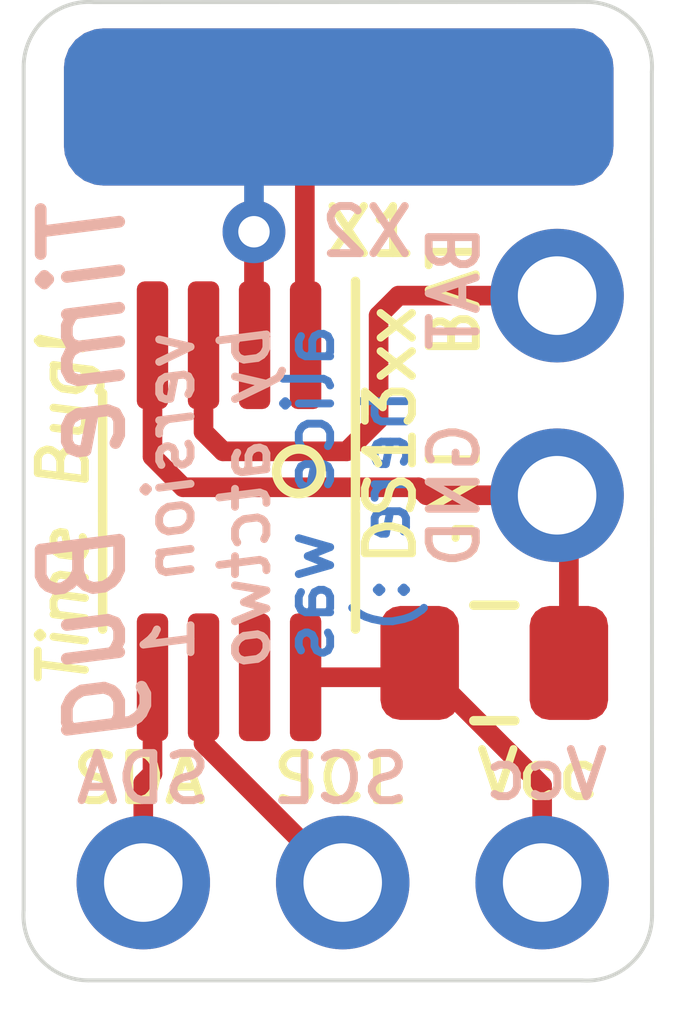
<source format=kicad_pcb>
(kicad_pcb (version 20171130) (host pcbnew 5.1.10)

  (general
    (thickness 1.6)
    (drawings 25)
    (tracks 28)
    (zones 0)
    (modules 6)
    (nets 1)
  )

  (page A4)
  (layers
    (0 F.Cu signal)
    (31 B.Cu signal)
    (32 B.Adhes user)
    (33 F.Adhes user)
    (34 B.Paste user)
    (35 F.Paste user)
    (36 B.SilkS user)
    (37 F.SilkS user)
    (38 B.Mask user)
    (39 F.Mask user)
    (40 Dwgs.User user)
    (41 Cmts.User user)
    (42 Eco1.User user)
    (43 Eco2.User user)
    (44 Edge.Cuts user)
    (45 Margin user)
    (46 B.CrtYd user hide)
    (47 F.CrtYd user hide)
    (48 B.Fab user hide)
    (49 F.Fab user hide)
  )

  (setup
    (last_trace_width 0.25)
    (trace_clearance 0.2)
    (zone_clearance 0.508)
    (zone_45_only no)
    (trace_min 0.2)
    (via_size 0.8)
    (via_drill 0.4)
    (via_min_size 0.4)
    (via_min_drill 0.3)
    (uvia_size 0.3)
    (uvia_drill 0.1)
    (uvias_allowed no)
    (uvia_min_size 0.2)
    (uvia_min_drill 0.1)
    (edge_width 0.05)
    (segment_width 0.2)
    (pcb_text_width 0.3)
    (pcb_text_size 1.5 1.5)
    (mod_edge_width 0.12)
    (mod_text_size 1 1)
    (mod_text_width 0.15)
    (pad_size 7 2)
    (pad_drill 0)
    (pad_to_mask_clearance 0)
    (aux_axis_origin 0 0)
    (visible_elements FFFFFF7F)
    (pcbplotparams
      (layerselection 0x010fc_ffffffff)
      (usegerberextensions false)
      (usegerberattributes true)
      (usegerberadvancedattributes true)
      (creategerberjobfile true)
      (excludeedgelayer true)
      (linewidth 0.150000)
      (plotframeref false)
      (viasonmask false)
      (mode 1)
      (useauxorigin false)
      (hpglpennumber 1)
      (hpglpenspeed 20)
      (hpglpendiameter 15.000000)
      (psnegative false)
      (psa4output false)
      (plotreference true)
      (plotvalue true)
      (plotinvisibletext false)
      (padsonsilk false)
      (subtractmaskfromsilk false)
      (outputformat 1)
      (mirror false)
      (drillshape 1)
      (scaleselection 1)
      (outputdirectory ""))
  )

  (net 0 "")

  (net_class Default "This is the default net class."
    (clearance 0.2)
    (trace_width 0.25)
    (via_dia 0.8)
    (via_drill 0.4)
    (uvia_dia 0.3)
    (uvia_drill 0.1)
  )

  (module Connector_PinHeader_2.54mm:PinHeader_1x03_P2.54mm_Vertical (layer F.Cu) (tedit 60D8F975) (tstamp 60D978BC)
    (at 147.066 103.5304 90)
    (descr "Through hole straight pin header, 1x03, 2.54mm pitch, single row")
    (tags "Through hole pin header THT 1x03 2.54mm single row")
    (fp_text reference REF** (at 0 -2.33 90) (layer F.SilkS) hide
      (effects (font (size 1 1) (thickness 0.15)))
    )
    (fp_text value PinHeader_1x03_P2.54mm_Vertical (at 0 9.95 90) (layer F.Fab)
      (effects (font (size 1 1) (thickness 0.15)))
    )
    (fp_text user %R (at 0 3.81) (layer F.Fab)
      (effects (font (size 1 1) (thickness 0.15)))
    )
    (fp_line (start -0.635 -1.27) (end 1.27 -1.27) (layer F.Fab) (width 0.1))
    (fp_line (start 1.27 -1.27) (end 1.27 6.35) (layer F.Fab) (width 0.1))
    (fp_line (start 1.27 6.35) (end -1.27 6.35) (layer F.Fab) (width 0.1))
    (fp_line (start -1.27 6.35) (end -1.27 -0.635) (layer F.Fab) (width 0.1))
    (fp_line (start -1.27 -0.635) (end -0.635 -1.27) (layer F.Fab) (width 0.1))
    (fp_line (start -1.8 -1.8) (end -1.8 6.85) (layer F.CrtYd) (width 0.05))
    (fp_line (start -1.8 6.85) (end 1.8 6.85) (layer F.CrtYd) (width 0.05))
    (fp_line (start 1.8 6.85) (end 1.8 -1.8) (layer F.CrtYd) (width 0.05))
    (fp_line (start 1.8 -1.8) (end -1.8 -1.8) (layer F.CrtYd) (width 0.05))
    (pad 3 thru_hole oval (at 0 5.08 90) (size 1.7 1.7) (drill 1) (layers *.Cu *.Mask))
    (pad 2 thru_hole oval (at 0 2.54 90) (size 1.7 1.7) (drill 1) (layers *.Cu *.Mask))
    (pad 1 thru_hole circle (at 0 0 90) (size 1.7 1.7) (drill 1) (layers *.Cu *.Mask))
  )

  (module Connector_PinSocket_2.54mm:PinSocket_1x02_P2.54mm_Vertical (layer F.Cu) (tedit 60D8F545) (tstamp 60D97AE3)
    (at 152.3365 96.0628)
    (descr "Through hole straight socket strip, 1x02, 2.54mm pitch, single row (from Kicad 4.0.7), script generated")
    (tags "Through hole socket strip THT 1x02 2.54mm single row")
    (fp_text reference REF** (at 0 -2.77) (layer F.SilkS) hide
      (effects (font (size 1 1) (thickness 0.15)))
    )
    (fp_text value PinSocket_1x02_P2.54mm_Vertical (at 0 5.31) (layer F.Fab)
      (effects (font (size 1 1) (thickness 0.15)))
    )
    (fp_text user %R (at 0 1.27 90) (layer F.Fab)
      (effects (font (size 1 1) (thickness 0.15)))
    )
    (fp_line (start -1.27 -1.27) (end 0.635 -1.27) (layer F.Fab) (width 0.1))
    (fp_line (start 0.635 -1.27) (end 1.27 -0.635) (layer F.Fab) (width 0.1))
    (fp_line (start 1.27 -0.635) (end 1.27 3.81) (layer F.Fab) (width 0.1))
    (fp_line (start 1.27 3.81) (end -1.27 3.81) (layer F.Fab) (width 0.1))
    (fp_line (start -1.27 3.81) (end -1.27 -1.27) (layer F.Fab) (width 0.1))
    (fp_line (start -1.8 -1.8) (end 1.75 -1.8) (layer F.CrtYd) (width 0.05))
    (fp_line (start 1.75 -1.8) (end 1.75 4.3) (layer F.CrtYd) (width 0.05))
    (fp_line (start 1.75 4.3) (end -1.8 4.3) (layer F.CrtYd) (width 0.05))
    (fp_line (start -1.8 4.3) (end -1.8 -1.8) (layer F.CrtYd) (width 0.05))
    (pad 2 thru_hole oval (at 0 2.54) (size 1.7 1.7) (drill 1) (layers *.Cu *.Mask))
    (pad 1 thru_hole circle (at 0 0) (size 1.7 1.7) (drill 1) (layers *.Cu *.Mask))
  )

  (module Capacitor_SMD:C_0805_2012Metric (layer F.Cu) (tedit 5F68FEEE) (tstamp 60D96000)
    (at 151.5364 100.7364)
    (descr "Capacitor SMD 0805 (2012 Metric), square (rectangular) end terminal, IPC_7351 nominal, (Body size source: IPC-SM-782 page 76, https://www.pcb-3d.com/wordpress/wp-content/uploads/ipc-sm-782a_amendment_1_and_2.pdf, https://docs.google.com/spreadsheets/d/1BsfQQcO9C6DZCsRaXUlFlo91Tg2WpOkGARC1WS5S8t0/edit?usp=sharing), generated with kicad-footprint-generator")
    (tags capacitor)
    (attr smd)
    (fp_text reference 0.1µF (at -2.0828 -0.4572 90) (layer F.SilkS) hide
      (effects (font (size 0.6 0.6) (thickness 0.1)))
    )
    (fp_text value C_0805_2012Metric (at 0 1.68) (layer F.Fab)
      (effects (font (size 1 1) (thickness 0.15)))
    )
    (fp_text user %R (at 0 0) (layer F.Fab)
      (effects (font (size 0.5 0.5) (thickness 0.08)))
    )
    (fp_line (start -1 0.625) (end -1 -0.625) (layer F.Fab) (width 0.1))
    (fp_line (start -1 -0.625) (end 1 -0.625) (layer F.Fab) (width 0.1))
    (fp_line (start 1 -0.625) (end 1 0.625) (layer F.Fab) (width 0.1))
    (fp_line (start 1 0.625) (end -1 0.625) (layer F.Fab) (width 0.1))
    (fp_line (start -0.261252 -0.735) (end 0.261252 -0.735) (layer F.SilkS) (width 0.12))
    (fp_line (start -0.261252 0.735) (end 0.261252 0.735) (layer F.SilkS) (width 0.12))
    (fp_line (start -1.7 0.98) (end -1.7 -0.98) (layer F.CrtYd) (width 0.05))
    (fp_line (start -1.7 -0.98) (end 1.7 -0.98) (layer F.CrtYd) (width 0.05))
    (fp_line (start 1.7 -0.98) (end 1.7 0.98) (layer F.CrtYd) (width 0.05))
    (fp_line (start 1.7 0.98) (end -1.7 0.98) (layer F.CrtYd) (width 0.05))
    (pad 2 smd roundrect (at 0.95 0) (size 1 1.45) (layers F.Cu F.Paste F.Mask) (roundrect_rratio 0.25))
    (pad 1 smd roundrect (at -0.95 0) (size 1 1.45) (layers F.Cu F.Paste F.Mask) (roundrect_rratio 0.25))
    (model ${KISYS3DMOD}/Capacitor_SMD.3dshapes/C_0805_2012Metric.wrl
      (at (xyz 0 0 0))
      (scale (xyz 1 1 1))
      (rotate (xyz 0 0 0))
    )
  )

  (module SparkFun-Capacitors:PAD.02X.02 (layer B.Cu) (tedit 60D8FA35) (tstamp 60D963C2)
    (at 149.5552 93.6625)
    (attr smd)
    (fp_text reference "" (at 0 0) (layer B.SilkS)
      (effects (font (size 1.524 1.524) (thickness 0.15)) (justify mirror))
    )
    (fp_text value "" (at 0 0) (layer B.SilkS)
      (effects (font (size 1.524 1.524) (thickness 0.15)) (justify mirror))
    )
    (pad P$1 smd roundrect (at 0 0) (size 7 2) (layers B.Cu B.Paste B.Mask) (roundrect_rratio 0.25))
  )

  (module SparkFun-Capacitors:PAD.02X.02 (layer F.Cu) (tedit 60D8FA29) (tstamp 60D963B3)
    (at 149.5552 93.6625)
    (attr smd)
    (fp_text reference "" (at 0 0) (layer F.SilkS)
      (effects (font (size 1.524 1.524) (thickness 0.15)))
    )
    (fp_text value "" (at 0 0) (layer F.SilkS)
      (effects (font (size 1.524 1.524) (thickness 0.15)))
    )
    (pad P$1 smd roundrect (at 0 0) (size 7 2) (layers F.Cu F.Paste F.Mask) (roundrect_rratio 0.25))
  )

  (module Package_SO:MSOP-8_3x3mm_P0.65mm (layer F.Cu) (tedit 5E509FDD) (tstamp 60D97C6A)
    (at 148.1582 98.806 270)
    (descr "MSOP, 8 Pin (https://www.jedec.org/system/files/docs/mo-187F.pdf variant AA), generated with kicad-footprint-generator ipc_gullwing_generator.py")
    (tags "MSOP SO")
    (attr smd)
    (fp_text reference DS13xx (at -0.9652 -2.0574 90) (layer F.SilkS)
      (effects (font (size 0.6 0.6) (thickness 0.1)))
    )
    (fp_text value MSOP-8_3x3mm_P0.65mm (at 0 2.45 90) (layer F.Fab)
      (effects (font (size 1 1) (thickness 0.15)))
    )
    (fp_text user %R (at -0.508 -0.635 90) (layer F.Fab)
      (effects (font (size 0.75 0.75) (thickness 0.11)))
    )
    (fp_line (start 0 1.61) (end 1.5 1.61) (layer F.SilkS) (width 0.12))
    (fp_line (start 0 1.61) (end -1.5 1.61) (layer F.SilkS) (width 0.12))
    (fp_line (start 0 -1.61) (end 1.5 -1.61) (layer F.SilkS) (width 0.12))
    (fp_line (start 0 -1.61) (end -2.925 -1.61) (layer F.SilkS) (width 0.12))
    (fp_line (start -0.75 -1.5) (end 1.5 -1.5) (layer F.Fab) (width 0.1))
    (fp_line (start 1.5 -1.5) (end 1.5 1.5) (layer F.Fab) (width 0.1))
    (fp_line (start 1.5 1.5) (end -1.5 1.5) (layer F.Fab) (width 0.1))
    (fp_line (start -1.5 1.5) (end -1.5 -0.75) (layer F.Fab) (width 0.1))
    (fp_line (start -1.5 -0.75) (end -0.75 -1.5) (layer F.Fab) (width 0.1))
    (fp_line (start -3.18 -1.75) (end -3.18 1.75) (layer F.CrtYd) (width 0.05))
    (fp_line (start -3.18 1.75) (end 3.18 1.75) (layer F.CrtYd) (width 0.05))
    (fp_line (start 3.18 1.75) (end 3.18 -1.75) (layer F.CrtYd) (width 0.05))
    (fp_line (start 3.18 -1.75) (end -3.18 -1.75) (layer F.CrtYd) (width 0.05))
    (pad 8 smd roundrect (at 2.1125 -0.975 270) (size 1.625 0.4) (layers F.Cu F.Paste F.Mask) (roundrect_rratio 0.25))
    (pad 7 smd roundrect (at 2.1125 -0.325 270) (size 1.625 0.4) (layers F.Cu F.Paste F.Mask) (roundrect_rratio 0.25))
    (pad 6 smd roundrect (at 2.1125 0.325 270) (size 1.625 0.4) (layers F.Cu F.Paste F.Mask) (roundrect_rratio 0.25))
    (pad 5 smd roundrect (at 2.1125 0.975 270) (size 1.625 0.4) (layers F.Cu F.Paste F.Mask) (roundrect_rratio 0.25))
    (pad 4 smd roundrect (at -2.1125 0.975 270) (size 1.625 0.4) (layers F.Cu F.Paste F.Mask) (roundrect_rratio 0.25))
    (pad 3 smd roundrect (at -2.1125 0.325 270) (size 1.625 0.4) (layers F.Cu F.Paste F.Mask) (roundrect_rratio 0.25))
    (pad 2 smd roundrect (at -2.1125 -0.325 270) (size 1.625 0.4) (layers F.Cu F.Paste F.Mask) (roundrect_rratio 0.25))
    (pad 1 smd roundrect (at -2.1125 -0.975 270) (size 1.625 0.4) (layers F.Cu F.Paste F.Mask) (roundrect_rratio 0.25))
    (model ${KISYS3DMOD}/Package_SO.3dshapes/MSOP-8_3x3mm_P0.65mm.wrl
      (at (xyz 0 0 0))
      (scale (xyz 1 1 1))
      (rotate (xyz 0 0 0))
    )
  )

  (gr_text "alice was \nhere :)" (at 149.6568 98.806 90) (layer B.Cu)
    (effects (font (size 0.6 0.6) (thickness 0.1)) (justify mirror))
  )
  (gr_text "version 1\nby atctwo" (at 147.8788 98.6028 90) (layer B.SilkS) (tstamp 60D971DB)
    (effects (font (size 0.6 0.6) (thickness 0.1) italic) (justify mirror))
  )
  (gr_text "Time Bug" (at 146.304 98.2472 90) (layer B.SilkS)
    (effects (font (size 1 1) (thickness 0.15) italic) (justify mirror))
  )
  (gr_text BAT (at 151.0284 95.9612 90) (layer B.SilkS) (tstamp 60D9719F)
    (effects (font (size 0.6 0.6) (thickness 0.1)) (justify mirror))
  )
  (gr_text GND (at 151.0284 98.6028 90) (layer B.SilkS) (tstamp 60D97193)
    (effects (font (size 0.6 0.6) (thickness 0.1)) (justify mirror))
  )
  (gr_text Vcc (at 152.1968 102.1588) (layer B.SilkS) (tstamp 60D9718E)
    (effects (font (size 0.6 0.6) (thickness 0.1)) (justify mirror))
  )
  (gr_text SCL (at 149.606 102.2096) (layer B.SilkS) (tstamp 60D97189)
    (effects (font (size 0.6 0.6) (thickness 0.1)) (justify mirror))
  )
  (gr_text SDA (at 147.066 102.2096) (layer B.SilkS) (tstamp 60D97184)
    (effects (font (size 0.6 0.6) (thickness 0.1)) (justify mirror))
  )
  (gr_text X2 (at 149.9108 95.25) (layer B.SilkS) (tstamp 60D9714E)
    (effects (font (size 0.6 0.6) (thickness 0.1)) (justify mirror))
  )
  (gr_text X1 (at 149.9616 95.25) (layer F.SilkS) (tstamp 60D97147)
    (effects (font (size 0.6 0.6) (thickness 0.1)))
  )
  (gr_text "Time Bug!" (at 146.05 98.806 90) (layer F.SilkS)
    (effects (font (size 0.6 0.6) (thickness 0.1) italic))
  )
  (gr_text BAT (at 151.0284 96.0628 90) (layer F.SilkS) (tstamp 60D9686F)
    (effects (font (size 0.6 0.6) (thickness 0.1)))
  )
  (gr_text GND (at 151.0284 98.6028 90) (layer F.SilkS) (tstamp 60D96860)
    (effects (font (size 0.6 0.6) (thickness 0.1)))
  )
  (gr_text Vcc (at 152.0952 102.1588) (layer F.SilkS) (tstamp 60D9682E)
    (effects (font (size 0.6 0.6) (thickness 0.1)))
  )
  (gr_text SCL (at 149.5552 102.2096) (layer F.SilkS) (tstamp 60D96824)
    (effects (font (size 0.6 0.6) (thickness 0.1)))
  )
  (gr_text SDA (at 147.0152 102.2096) (layer F.SilkS)
    (effects (font (size 0.6 0.6) (thickness 0.1)))
  )
  (gr_circle (center 149.0472 98.298) (end 149.3012 98.171) (layer F.SilkS) (width 0.12) (tstamp 60D963D1))
  (gr_arc (start 152.717499 103.9495) (end 152.654 104.775) (angle -94.4) (layer Edge.Cuts) (width 0.05) (tstamp 60D8DA0C))
  (gr_arc (start 146.3675 103.947061) (end 145.542 103.883562) (angle -94.4) (layer Edge.Cuts) (width 0.05) (tstamp 60D8D9FD))
  (gr_arc (start 146.369959 93.15448) (end 146.433458 92.32898) (angle -94.4) (layer Edge.Cuts) (width 0.05) (tstamp 60D8D9E9))
  (gr_arc (start 152.7175 93.1545) (end 153.543 93.217999) (angle -94.4) (layer Edge.Cuts) (width 0.05))
  (gr_line (start 146.433458 92.32898) (end 152.71748 92.326561) (layer Edge.Cuts) (width 0.05) (tstamp 60D8DCB0))
  (gr_line (start 153.543 93.217999) (end 153.545438 103.94948) (layer Edge.Cuts) (width 0.05) (tstamp 60D8DCAF))
  (gr_line (start 152.654 104.775) (end 146.36752 104.775) (layer Edge.Cuts) (width 0.05) (tstamp 60D8DCAE))
  (gr_line (start 145.542 103.883562) (end 145.54202 93.1545) (layer Edge.Cuts) (width 0.05) (tstamp 60D9773B))

  (segment (start 149.1234 94.488) (end 149.1234 96.0755) (width 0.25) (layer F.Cu) (net 0) (tstamp 60D964B2))
  (segment (start 148.4757 93.599) (end 148.4757 95.1865) (width 0.25) (layer B.Cu) (net 0) (tstamp 60D964B8))
  (via (at 148.4757 95.25) (size 0.8) (drill 0.4) (layers F.Cu B.Cu) (net 0) (tstamp 60D964AF))
  (segment (start 148.4757 95.1865) (end 148.4757 96.774) (width 0.25) (layer F.Cu) (net 0) (tstamp 60D964B5))
  (segment (start 149.606 103.5304) (end 149.606 102.87) (width 0.25) (layer F.Cu) (net 0))
  (segment (start 152.146 102.296) (end 150.5864 100.7364) (width 0.25) (layer F.Cu) (net 0))
  (segment (start 152.146 103.5304) (end 152.146 102.296) (width 0.25) (layer F.Cu) (net 0))
  (segment (start 150.4043 100.9185) (end 150.5864 100.7364) (width 0.25) (layer F.Cu) (net 0))
  (segment (start 149.1332 100.9185) (end 150.4043 100.9185) (width 0.25) (layer F.Cu) (net 0))
  (segment (start 152.4864 98.7527) (end 152.3365 98.6028) (width 0.25) (layer F.Cu) (net 0))
  (segment (start 152.4864 100.7364) (end 152.4864 98.7527) (width 0.25) (layer F.Cu) (net 0))
  (segment (start 147.8332 96.6935) (end 147.8332 97.7952) (width 0.25) (layer F.Cu) (net 0))
  (segment (start 147.8332 97.7952) (end 148.082 98.044) (width 0.25) (layer F.Cu) (net 0))
  (segment (start 148.082 98.044) (end 149.6568 98.044) (width 0.25) (layer F.Cu) (net 0))
  (segment (start 149.6568 98.044) (end 150.0632 97.6376) (width 0.25) (layer F.Cu) (net 0))
  (segment (start 150.0632 97.6376) (end 150.0632 96.3168) (width 0.25) (layer F.Cu) (net 0))
  (segment (start 150.3172 96.0628) (end 152.3365 96.0628) (width 0.25) (layer F.Cu) (net 0))
  (segment (start 150.0632 96.3168) (end 150.3172 96.0628) (width 0.25) (layer F.Cu) (net 0))
  (segment (start 147.8332 101.7576) (end 147.8332 100.9185) (width 0.25) (layer F.Cu) (net 0))
  (segment (start 149.606 103.5304) (end 147.8332 101.7576) (width 0.25) (layer F.Cu) (net 0))
  (segment (start 147.066 103.5304) (end 147.066 102.2604) (width 0.25) (layer F.Cu) (net 0))
  (segment (start 147.1832 102.1432) (end 147.1832 100.9185) (width 0.25) (layer F.Cu) (net 0))
  (segment (start 147.066 102.2604) (end 147.1832 102.1432) (width 0.25) (layer F.Cu) (net 0))
  (segment (start 147.1832 96.6935) (end 147.1832 98.1104) (width 0.25) (layer F.Cu) (net 0))
  (segment (start 147.1832 98.1104) (end 147.574 98.5012) (width 0.25) (layer F.Cu) (net 0))
  (segment (start 147.574 98.5012) (end 150.5712 98.5012) (width 0.25) (layer F.Cu) (net 0))
  (segment (start 150.6728 98.6028) (end 152.3365 98.6028) (width 0.25) (layer F.Cu) (net 0))
  (segment (start 150.5712 98.5012) (end 150.6728 98.6028) (width 0.25) (layer F.Cu) (net 0))

)

</source>
